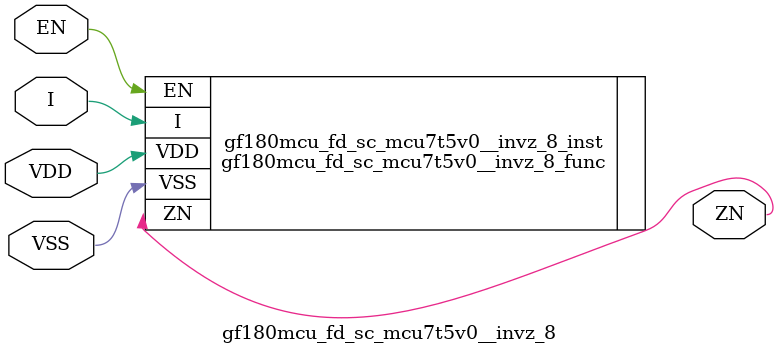
<source format=v>

module gf180mcu_fd_sc_mcu7t5v0__invz_8( EN, I, ZN, VDD, VSS );
input EN, I;
inout VDD, VSS;
output ZN;

   `ifdef FUNCTIONAL  //  functional //

	gf180mcu_fd_sc_mcu7t5v0__invz_8_func gf180mcu_fd_sc_mcu7t5v0__invz_8_behav_inst(.EN(EN),.I(I),.ZN(ZN),.VDD(VDD),.VSS(VSS));

   `else

	gf180mcu_fd_sc_mcu7t5v0__invz_8_func gf180mcu_fd_sc_mcu7t5v0__invz_8_inst(.EN(EN),.I(I),.ZN(ZN),.VDD(VDD),.VSS(VSS));

	// spec_gates_begin


	// spec_gates_end



   specify

	// specify_block_begin

	// comb arc EN --> ZN
	 (EN => ZN) = (1.0,1.0);

	// comb arc I --> ZN
	 (I => ZN) = (1.0,1.0);

	// specify_block_end

   endspecify

   `endif

endmodule

</source>
